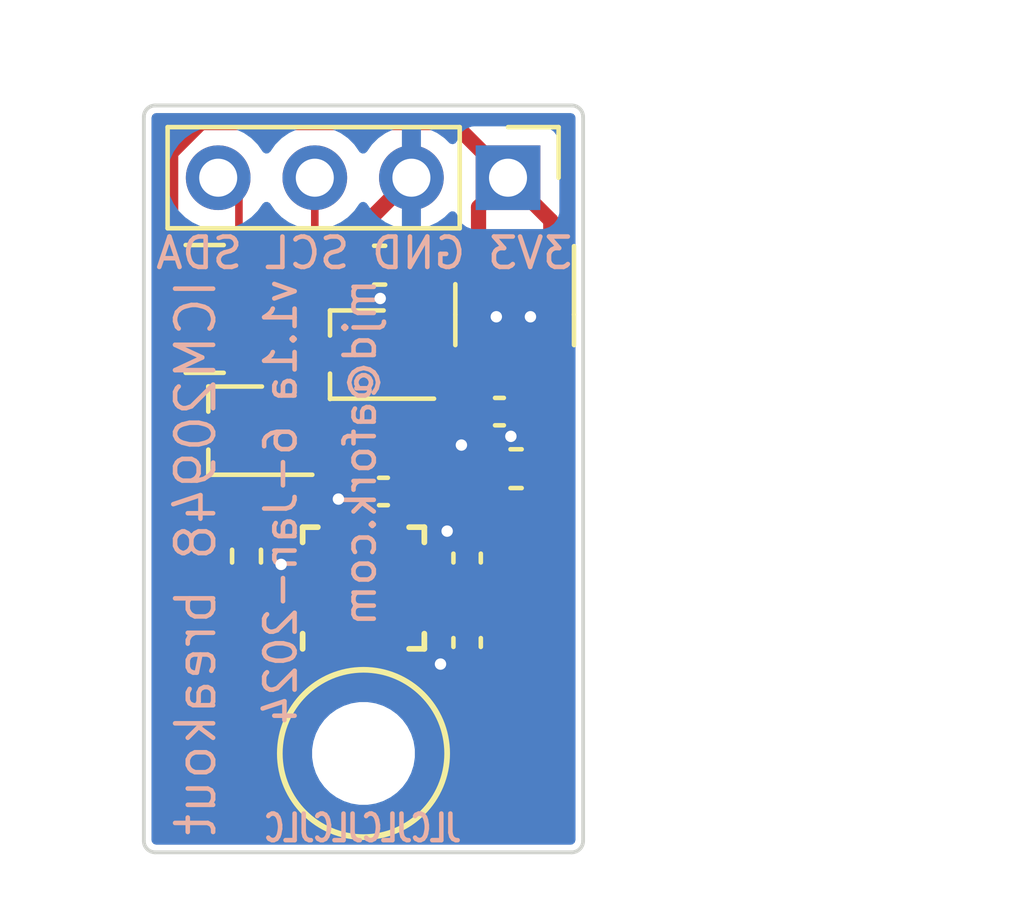
<source format=kicad_pcb>
(kicad_pcb (version 20231231) (generator "pcbnew") (generator_version "7.99")
  (layers (0 "F.Cu" signal) (31 "B.Cu" signal) (34 "B.Paste" user) (35 "F.Paste" user) (36 "B.SilkS" user "B.Silkscreen") (37 "F.SilkS" user "F.Silkscreen") (38 "B.Mask" user) (39 "F.Mask" user) (44 "Edge.Cuts" user))
  (net 0 "")
  (net 1 "GND")
  (net 2 "+3V3")
  (net 3 "+1V8")
  (net 4 "/leveltrans/SCL")
  (net 5 "/leveltrans/SDA")
  (net 22 "/REGOUT")
  (net 23 "/CS")
  (net 24 "/SCL1_8")
  (net 25 "/SDA1_8")
  (net 26 "/psu/BP")
  (footprint "Capacitor_SMD:C_0402_1005Metric_Pad0.74x0.62mm_HandSolder" (layer "F.Cu") (at 153.45 98)
    (property "Reference" "C2" (hide yes))
    (property "Value" "10n")
    (fp_line (start -0.115835 -0.36) (end 0.115835 -0.36) (stroke (width 0.12)) (layer "F.SilkS"))
    (fp_line (start -0.115835 0.36) (end 0.115835 0.36) (stroke (width 0.12)) (layer "F.SilkS"))
    (pad "1" smd roundrect (at -0.5675 0) (size 0.735 0.62) (layers "F.Cu" "F.Paste" "F.Mask") (net 26 "/psu/BP"))
    (pad "2" smd roundrect (at 0.5675 0) (size 0.735 0.62) (layers "F.Cu" "F.Paste" "F.Mask") (net 1 "GND"))
  )
  (footprint "local:InvenSense_QFN-24_3x3mm_P0.4mm" (layer "F.Cu") (at 149.875 102.637868 90)
    (property "Reference" "U2" (hide yes))
    (property "Value" "ICM-20948")
    (fp_line (start 1.6 -1.6) (end 1.2 -1.6) (stroke (width 0.15)) (layer "F.SilkS"))
    (fp_line (start 1.6 -1.6) (end 1.6 -1.2) (stroke (width 0.15)) (layer "F.SilkS"))
    (fp_line (start -1.6 -1.6) (end -1.2 -1.6) (stroke (width 0.15)) (layer "F.SilkS"))
    (fp_line (start 1.6 1.6) (end 1.6 1.2) (stroke (width 0.15)) (layer "F.SilkS"))
    (fp_line (start 1.6 1.6) (end 1.2 1.6) (stroke (width 0.15)) (layer "F.SilkS"))
    (fp_line (start -1.6 1.6) (end -1.6 1.2) (stroke (width 0.15)) (layer "F.SilkS"))
    (fp_line (start -1.6 1.6) (end -1.2 1.6) (stroke (width 0.15)) (layer "F.SilkS"))
    (pad "1" smd roundrect (at -1.5 -1 90) (size 0.55 0.2) (layers "F.Cu" "F.Paste" "F.Mask"))
    (pad "2" smd roundrect (at -1.5 -0.6 90) (size 0.55 0.2) (layers "F.Cu" "F.Paste" "F.Mask"))
    (pad "3" smd roundrect (at -1.5 -0.2 90) (size 0.55 0.2) (layers "F.Cu" "F.Paste" "F.Mask"))
    (pad "4" smd roundrect (at -1.5 0.2 90) (size 0.55 0.2) (layers "F.Cu" "F.Paste" "F.Mask"))
    (pad "5" smd roundrect (at -1.5 0.6 90) (size 0.55 0.2) (layers "F.Cu" "F.Paste" "F.Mask"))
    (pad "6" smd roundrect (at -1.5 1 90) (size 0.55 0.2) (layers "F.Cu" "F.Paste" "F.Mask"))
    (pad "7" smd roundrect (at -1 1.5 180) (size 0.55 0.2) (layers "F.Cu" "F.Paste" "F.Mask"))
    (pad "8" smd roundrect (at -0.6 1.5 180) (size 0.55 0.2) (layers "F.Cu" "F.Paste" "F.Mask") (net 3 "+1V8"))
    (pad "9" smd roundrect (at -0.2 1.5 180) (size 0.55 0.2) (layers "F.Cu" "F.Paste" "F.Mask"))
    (pad "10" smd roundrect (at 0.2 1.5 180) (size 0.55 0.2) (layers "F.Cu" "F.Paste" "F.Mask") (net 22 "/REGOUT"))
    (pad "11" smd roundrect (at 0.6 1.5 180) (size 0.55 0.2) (layers "F.Cu" "F.Paste" "F.Mask"))
    (pad "12" smd roundrect (at 1 1.5 180) (size 0.55 0.2) (layers "F.Cu" "F.Paste" "F.Mask"))
    (pad "13" smd roundrect (at 1.5 1 90) (size 0.55 0.2) (layers "F.Cu" "F.Paste" "F.Mask") (net 3 "+1V8"))
    (pad "14" smd roundrect (at 1.5 0.6 90) (size 0.55 0.2) (layers "F.Cu" "F.Paste" "F.Mask"))
    (pad "15" smd roundrect (at 1.5 0.2 90) (size 0.55 0.2) (layers "F.Cu" "F.Paste" "F.Mask"))
    (pad "16" smd roundrect (at 1.5 -0.2 90) (size 0.55 0.2) (layers "F.Cu" "F.Paste" "F.Mask"))
    (pad "17" smd roundrect (at 1.5 -0.6 90) (size 0.55 0.2) (layers "F.Cu" "F.Paste" "F.Mask"))
    (pad "18" smd roundrect (at 1.5 -1 90) (size 0.55 0.2) (layers "F.Cu" "F.Paste" "F.Mask") (net 1 "GND"))
    (pad "19" smd roundrect (at 1 -1.5 180) (size 0.55 0.2) (layers "F.Cu" "F.Paste" "F.Mask"))
    (pad "20" smd roundrect (at 0.6 -1.5 180) (size 0.55 0.2) (layers "F.Cu" "F.Paste" "F.Mask") (net 1 "GND"))
    (pad "21" smd roundrect (at 0.2 -1.5 180) (size 0.55 0.2) (layers "F.Cu" "F.Paste" "F.Mask"))
    (pad "22" smd roundrect (at -0.2 -1.5 180) (size 0.55 0.2) (layers "F.Cu" "F.Paste" "F.Mask") (net 23 "/CS"))
    (pad "23" smd roundrect (at -0.6 -1.5 180) (size 0.55 0.2) (layers "F.Cu" "F.Paste" "F.Mask") (net 24 "/SCL1_8"))
    (pad "24" smd roundrect (at -1 -1.5 180) (size 0.55 0.2) (layers "F.Cu" "F.Paste" "F.Mask") (net 25 "/SDA1_8"))
    (zone (net 0) (net_name "") (layer "F.Cu") (connect_pads (clearance 0)) (min_thickness 0.254)
      (keepout (tracks not_allowed) (vias not_allowed) (pads not_allowed) (copperpour not_allowed) (footprints allowed))
      (fill (thermal_gap 0.508) (thermal_bridge_width 0.508))
      (polygon (pts (xy 149.08 103.512868) (xy 149.08 101.762868) (xy 150.67 101.762868) (xy 150.67 103.512868)))
    )
  )
  (footprint "local:MountingHole_2.2mm_M2" (layer "F.Cu") (at 149.875 106.987868)
    (property "Reference" "H1" (hide yes))
    (property "Value" "MountingHole")
    (fp_circle (center 0 0) (end 2.2 0) (stroke (width 0.15)) (fill none) (layer "F.SilkS"))
    (pad "" np_thru_hole circle (at 0 0) (size 2.2 2.2) (drill 2.2) (layers "*.Cu" "*.Mask"))
  )
  (footprint "Resistor_SMD:R_Array_Convex_4x0603" (layer "F.Cu") (at 145.7 95.3 180)
    (property "Reference" "RN1" (hide yes))
    (property "Value" "10k")
    (fp_line (start 0.5 1.68) (end -0.5 1.68) (stroke (width 0.12)) (layer "F.SilkS"))
    (fp_line (start 0.5 -1.68) (end -0.5 -1.68) (stroke (width 0.12)) (layer "F.SilkS"))
    (pad "1" smd rect (at -0.9 -1.2 180) (size 0.8 0.5) (layers "F.Cu" "F.Paste" "F.Mask") (net 3 "+1V8"))
    (pad "2" smd rect (at -0.9 -0.4 180) (size 0.8 0.4) (layers "F.Cu" "F.Paste" "F.Mask") (net 3 "+1V8"))
    (pad "3" smd rect (at -0.9 0.4 180) (size 0.8 0.4) (layers "F.Cu" "F.Paste" "F.Mask") (net 4 "/leveltrans/SCL"))
    (pad "4" smd rect (at -0.9 1.2 180) (size 0.8 0.5) (layers "F.Cu" "F.Paste" "F.Mask") (net 5 "/leveltrans/SDA"))
    (pad "5" smd rect (at 0.9 1.2 180) (size 0.8 0.5) (layers "F.Cu" "F.Paste" "F.Mask") (net 2 "+3V3"))
    (pad "6" smd rect (at 0.9 0.4 180) (size 0.8 0.4) (layers "F.Cu" "F.Paste" "F.Mask") (net 2 "+3V3"))
    (pad "7" smd rect (at 0.9 -0.4 180) (size 0.8 0.4) (layers "F.Cu" "F.Paste" "F.Mask") (net 24 "/SCL1_8"))
    (pad "8" smd rect (at 0.9 -1.2 180) (size 0.8 0.5) (layers "F.Cu" "F.Paste" "F.Mask") (net 25 "/SDA1_8"))
  )
  (footprint "Capacitor_SMD:C_0402_1005Metric_Pad0.74x0.62mm_HandSolder" (layer "F.Cu") (at 152.6 104.070368 -90)
    (property "Reference" "C6" (hide yes))
    (property "Value" "100n")
    (fp_line (start -0.115835 0.36) (end 0.115835 0.36) (stroke (width 0.12)) (layer "F.SilkS"))
    (fp_line (start -0.115835 -0.36) (end 0.115835 -0.36) (stroke (width 0.12)) (layer "F.SilkS"))
    (pad "1" smd roundrect (at -0.5675 0 270) (size 0.735 0.62) (layers "F.Cu" "F.Paste" "F.Mask") (net 3 "+1V8"))
    (pad "2" smd roundrect (at 0.5675 0 270) (size 0.735 0.62) (layers "F.Cu" "F.Paste" "F.Mask") (net 1 "GND"))
  )
  (footprint "Resistor_SMD:R_0402_1005Metric_Pad0.72x0.64mm_HandSolder" (layer "F.Cu") (at 146.8 101.8 -90)
    (property "Reference" "R5" (hide yes))
    (property "Value" "10k")
    (fp_line (start -0.167621 0.38) (end 0.167621 0.38) (stroke (width 0.12)) (layer "F.SilkS"))
    (fp_line (start -0.167621 -0.38) (end 0.167621 -0.38) (stroke (width 0.12)) (layer "F.SilkS"))
    (pad "1" smd roundrect (at -0.5975 0 270) (size 0.715 0.64) (layers "F.Cu" "F.Paste" "F.Mask") (net 3 "+1V8"))
    (pad "2" smd roundrect (at 0.5975 0 270) (size 0.715 0.64) (layers "F.Cu" "F.Paste" "F.Mask") (net 23 "/CS"))
  )
  (footprint "Package_TO_SOT_SMD:SOT-23-5" (layer "F.Cu") (at 153.85 95.45 -90)
    (property "Reference" "U1" (hide yes))
    (property "Value" "RS3221-1.8")
    (fp_line (start 0 1.56) (end -0.8 1.56) (stroke (width 0.12)) (layer "F.SilkS"))
    (fp_line (start 0 1.56) (end 0.8 1.56) (stroke (width 0.12)) (layer "F.SilkS"))
    (fp_line (start 0 -1.56) (end -1.8 -1.56) (stroke (width 0.12)) (layer "F.SilkS"))
    (fp_line (start 0 -1.56) (end 0.8 -1.56) (stroke (width 0.12)) (layer "F.SilkS"))
    (pad "1" smd roundrect (at -1.1375 -0.95 270) (size 1.325 0.6) (layers "F.Cu" "F.Paste" "F.Mask") (net 2 "+3V3"))
    (pad "2" smd roundrect (at -1.1375 0 270) (size 1.325 0.6) (layers "F.Cu" "F.Paste" "F.Mask") (net 1 "GND"))
    (pad "3" smd roundrect (at -1.1375 0.95 270) (size 1.325 0.6) (layers "F.Cu" "F.Paste" "F.Mask") (net 2 "+3V3"))
    (pad "4" smd roundrect (at 1.1375 0.95 270) (size 1.325 0.6) (layers "F.Cu" "F.Paste" "F.Mask") (net 26 "/psu/BP"))
    (pad "5" smd roundrect (at 1.1375 -0.95 270) (size 1.325 0.6) (layers "F.Cu" "F.Paste" "F.Mask") (net 3 "+1V8"))
  )
  (footprint "Package_TO_SOT_SMD:SOT-323_SC-70_Handsoldering" (layer "F.Cu") (at 149.73 96.5 180)
    (property "Reference" "Q1" (hide yes))
    (property "Value" "RJU003N03 ")
    (fp_line (start 0.735 0.5) (end 0.735 1.16) (stroke (width 0.12)) (layer "F.SilkS"))
    (fp_line (start 0.735 -1.16) (end -2 -1.16) (stroke (width 0.12)) (layer "F.SilkS"))
    (fp_line (start 0.735 -1.17) (end 0.735 -0.5) (stroke (width 0.12)) (layer "F.SilkS"))
    (fp_line (start -0.675 1.16) (end 0.735 1.16) (stroke (width 0.12)) (layer "F.SilkS"))
    (pad "1" smd rect (at -1.33 -0.65 90) (size 0.45 1.5) (layers "F.Cu" "F.Paste" "F.Mask") (net 3 "+1V8"))
    (pad "2" smd rect (at -1.33 0.65 90) (size 0.45 1.5) (layers "F.Cu" "F.Paste" "F.Mask") (net 4 "/leveltrans/SCL"))
    (pad "3" smd rect (at 1.33 0 90) (size 0.45 1.5) (layers "F.Cu" "F.Paste" "F.Mask") (net 24 "/SCL1_8"))
  )
  (footprint "Package_TO_SOT_SMD:SOT-323_SC-70_Handsoldering" (layer "F.Cu") (at 146.53 98.5 180)
    (property "Reference" "Q2" (hide yes))
    (property "Value" "RJU003N03 ")
    (fp_line (start 0.735 0.5) (end 0.735 1.16) (stroke (width 0.12)) (layer "F.SilkS"))
    (fp_line (start 0.735 -1.16) (end -2 -1.16) (stroke (width 0.12)) (layer "F.SilkS"))
    (fp_line (start 0.735 -1.17) (end 0.735 -0.5) (stroke (width 0.12)) (layer "F.SilkS"))
    (fp_line (start -0.675 1.16) (end 0.735 1.16) (stroke (width 0.12)) (layer "F.SilkS"))
    (pad "1" smd rect (at -1.33 -0.65 90) (size 0.45 1.5) (layers "F.Cu" "F.Paste" "F.Mask") (net 3 "+1V8"))
    (pad "2" smd rect (at -1.33 0.65 90) (size 0.45 1.5) (layers "F.Cu" "F.Paste" "F.Mask") (net 5 "/leveltrans/SDA"))
    (pad "3" smd rect (at 1.33 0 90) (size 0.45 1.5) (layers "F.Cu" "F.Paste" "F.Mask") (net 25 "/SDA1_8"))
  )
  (footprint "local:PinHeader_1x04_P2.54mm_Vertical" (layer "F.Cu") (at 153.675 91.85 -90)
    (property "Reference" "J1" (hide yes))
    (property "Value" "Conn_01x04")
    (fp_line (start -1.33 8.95) (end 1.33 8.95) (stroke (width 0.12)) (layer "F.SilkS"))
    (fp_line (start -1.33 1.27) (end -1.33 8.95) (stroke (width 0.12)) (layer "F.SilkS"))
    (fp_line (start -1.33 1.27) (end 1.33 1.27) (stroke (width 0.12)) (layer "F.SilkS"))
    (fp_line (start 1.33 1.27) (end 1.33 8.95) (stroke (width 0.12)) (layer "F.SilkS"))
    (fp_line (start -1.33 0) (end -1.33 -1.33) (stroke (width 0.12)) (layer "F.SilkS"))
    (fp_line (start -1.33 -1.33) (end 0 -1.33) (stroke (width 0.12)) (layer "F.SilkS"))
    (pad "1" thru_hole rect (at 0 0 270) (size 1.7 1.7) (drill 1) (layers "*.Cu" "*.Mask") (net 2 "+3V3"))
    (pad "2" thru_hole oval (at 0 2.54 270) (size 1.7 1.7) (drill 1) (layers "*.Cu" "*.Mask") (net 1 "GND"))
    (pad "3" thru_hole oval (at 0 5.08 270) (size 1.7 1.7) (drill 1) (layers "*.Cu" "*.Mask") (net 4 "/leveltrans/SCL"))
    (pad "4" thru_hole oval (at 0 7.62 270) (size 1.7 1.7) (drill 1) (layers "*.Cu" "*.Mask") (net 5 "/leveltrans/SDA"))
  )
  (footprint "Capacitor_SMD:C_0402_1005Metric_Pad0.74x0.62mm_HandSolder" (layer "F.Cu") (at 150.4 100.1 180)
    (property "Reference" "C5" (hide yes))
    (property "Value" "100n")
    (fp_line (start -0.115835 0.36) (end 0.115835 0.36) (stroke (width 0.12)) (layer "F.SilkS"))
    (fp_line (start -0.115835 -0.36) (end 0.115835 -0.36) (stroke (width 0.12)) (layer "F.SilkS"))
    (pad "1" smd roundrect (at -0.5675 0 180) (size 0.735 0.62) (layers "F.Cu" "F.Paste" "F.Mask") (net 3 "+1V8"))
    (pad "2" smd roundrect (at 0.5675 0 180) (size 0.735 0.62) (layers "F.Cu" "F.Paste" "F.Mask") (net 1 "GND"))
  )
  (footprint "Capacitor_SMD:C_0603_1608Metric_Pad1.08x0.95mm_HandSolder" (layer "F.Cu") (at 150.3 94.15 180)
    (property "Reference" "C1" (hide yes))
    (property "Value" "1u")
    (fp_line (start -0.146267 0.51) (end 0.146267 0.51) (stroke (width 0.12)) (layer "F.SilkS"))
    (fp_line (start -0.146267 -0.51) (end 0.146267 -0.51) (stroke (width 0.12)) (layer "F.SilkS"))
    (pad "1" smd roundrect (at -0.8625 0 180) (size 1.075 0.95) (layers "F.Cu" "F.Paste" "F.Mask") (net 2 "+3V3"))
    (pad "2" smd roundrect (at 0.8625 0 180) (size 1.075 0.95) (layers "F.Cu" "F.Paste" "F.Mask") (net 1 "GND"))
  )
  (footprint "Capacitor_SMD:C_0402_1005Metric_Pad0.74x0.62mm_HandSolder" (layer "F.Cu") (at 152.6 101.85 90)
    (property "Reference" "C4" (hide yes))
    (property "Value" "100n")
    (fp_line (start -0.115835 -0.36) (end 0.115835 -0.36) (stroke (width 0.12)) (layer "F.SilkS"))
    (fp_line (start -0.115835 0.36) (end 0.115835 0.36) (stroke (width 0.12)) (layer "F.SilkS"))
    (pad "1" smd roundrect (at -0.5675 0 90) (size 0.735 0.62) (layers "F.Cu" "F.Paste" "F.Mask") (net 22 "/REGOUT"))
    (pad "2" smd roundrect (at 0.5675 0 90) (size 0.735 0.62) (layers "F.Cu" "F.Paste" "F.Mask") (net 1 "GND"))
  )
  (footprint "Capacitor_SMD:C_0603_1608Metric_Pad1.08x0.95mm_HandSolder" (layer "F.Cu") (at 153.8875 99.5 180)
    (property "Reference" "C3" (hide yes))
    (property "Value" "1u")
    (fp_line (start -0.146267 0.51) (end 0.146267 0.51) (stroke (width 0.12)) (layer "F.SilkS"))
    (fp_line (start -0.146267 -0.51) (end 0.146267 -0.51) (stroke (width 0.12)) (layer "F.SilkS"))
    (pad "1" smd roundrect (at -0.8625 0 180) (size 1.075 0.95) (layers "F.Cu" "F.Paste" "F.Mask") (net 3 "+1V8"))
    (pad "2" smd roundrect (at 0.8625 0 180) (size 1.075 0.95) (layers "F.Cu" "F.Paste" "F.Mask") (net 1 "GND"))
  )
  (gr_line (start 155.65 90.25) (end 155.65 109.2879) (stroke (width 0.1)) (layer "Edge.Cuts"))
  (gr_arc (start 144.1 90.25) (mid 144.187868 90.037868) (end 144.4 89.95) (stroke (width 0.1)) (layer "Edge.Cuts"))
  (gr_line (start 144.1 109.2879) (end 144.1 90.25) (stroke (width 0.1)) (layer "Edge.Cuts"))
  (gr_line (start 155.345688 109.587868) (end 144.4 109.587868) (stroke (width 0.1)) (layer "Edge.Cuts"))
  (gr_arc (start 155.35 89.95) (mid 155.562132 90.037868) (end 155.65 90.25) (stroke (width 0.1)) (layer "Edge.Cuts"))
  (gr_arc (start 155.65 109.2879) (mid 155.562132 109.5) (end 155.345688 109.587868) (stroke (width 0.1)) (layer "Edge.Cuts"))
  (gr_arc (start 144.4 109.587868) (mid 144.187868 109.5) (end 144.100032 109.2879) (stroke (width 0.1)) (layer "Edge.Cuts"))
  (gr_line (start 144.4 89.95) (end 155.35 89.95) (stroke (width 0.1)) (layer "Edge.Cuts"))
  (gr_text "JLCJLCJLCJLC" (at 149.85 108.95 0) (layer "B.SilkS") (effects (font (size 0.7 0.5) (thickness 0.12)) (justify mirror)))
  (gr_text "v1.1a 6-Jan-2024" (at 148.167 94.45 90) (layer "B.SilkS") (effects (font (size 0.8 0.8) (thickness 0.12)) (justify left bottom mirror)))
  (gr_text "ICM20948 breakout" (at 146.05 94.45 90) (layer "B.SilkS") (effects (font (size 1 1) (thickness 0.12)) (justify left bottom mirror)))
  (gr_text "mjd@afork.com" (at 150.25 94.45 90) (layer "B.SilkS") (effects (font (size 0.8 0.8) (thickness 0.12)) (justify left bottom mirror)))
  (gr_text "3V3 GND SCL SDA" (at 155.441667 94.3 0) (layer "B.SilkS") (effects (font (size 0.8 0.8) (thickness 0.12)) (justify left bottom mirror)))
  (segment (start 149.216007 100.29976) (end 149.415767 100.1) (width 0.4) (layer "F.Cu") (net 1))
  (segment (start 149.415767 100.1) (end 149.8325 100.1) (width 0.4) (layer "F.Cu") (net 1))
  (segment (start 149.200326 100.29976) (end 148.775 100.725086) (width 0.4) (layer "F.Cu") (net 1))
  (segment (start 147.7 101.400086) (end 147.7 101.887868) (width 0.4) (layer "F.Cu") (net 1))
  (segment (start 152.449555 98.924555) (end 153.025 99.5) (width 0.4) (layer "F.Cu") (net 1))
  (segment (start 153.85 97.8325) (end 153.85 95.50597) (width 0.4) (layer "F.Cu") (net 1))
  (segment (start 148.775 100.725086) (end 148.775 100.775) (width 0.4) (layer "F.Cu") (net 1))
  (segment (start 148.875 101.137868) (end 148.875 100.640767) (width 0.2) (layer "F.Cu") (net 1))
  (segment (start 153.1 99.5) (end 153.025 99.5) (width 0.4) (layer "F.Cu") (net 1))
  (segment (start 150.315056 95.024998) (end 150.312498 95.024998) (width 0.4) (layer "F.Cu") (net 1))
  (segment (start 152.6 104.637868) (end 151.9 104.637868) (width 0.4) (layer "F.Cu") (net 1))
  (segment (start 149.216007 100.29976) (end 149.200326 100.29976) (width 0.4) (layer "F.Cu") (net 1))
  (segment (start 147.962218 101.137868) (end 147.7 101.400086) (width 0.4) (layer "F.Cu") (net 1))
  (segment (start 148.375 102.037868) (end 147.729565 102.037868) (width 0.2) (layer "F.Cu") (net 1))
  (segment (start 152.6 101.2825) (end 152.214754 101.2825) (width 0.4) (layer "F.Cu") (net 1))
  (segment (start 149.4375 93.5475) (end 151.135 91.85) (width 0.4) (layer "F.Cu") (net 1))
  (segment (start 153.85 95.394072) (end 153.85 94.3125) (width 0.4) (layer "F.Cu") (net 1))
  (segment (start 149.4375 94.15) (end 149.4375 93.5475) (width 0.4) (layer "F.Cu") (net 1))
  (segment (start 153.85 95.50597) (end 154.264936 95.50597) (width 0.4) (layer "F.Cu") (net 1))
  (segment (start 152.449555 98.87929) (end 152.449555 98.924555) (width 0.4) (layer "F.Cu") (net 1))
  (segment (start 153.75 98.65) (end 153.75 98.775) (width 0.4) (layer "F.Cu") (net 1))
  (segment (start 148.775 100.775) (end 148.412132 101.137868) (width 0.4) (layer "F.Cu") (net 1))
  (segment (start 153.75 98.65) (end 153.75 98.2675) (width 0.4) (layer "F.Cu") (net 1))
  (segment (start 153.75 98.2675) (end 154.0175 98) (width 0.4) (layer "F.Cu") (net 1))
  (segment (start 153.75 98.775) (end 153.025 99.5) (width 0.4) (layer "F.Cu") (net 1))
  (segment (start 148.412132 101.137868) (end 147.962218 101.137868) (width 0.4) (layer "F.Cu") (net 1))
  (segment (start 150.312498 95.024998) (end 149.4375 94.15) (width 0.4) (layer "F.Cu") (net 1))
  (segment (start 147.729565 102.037868) (end 147.709278 102.017581) (width 0.2) (layer "F.Cu") (net 1))
  (segment (start 152.214754 101.2825) (end 152.074655 101.142401) (width 0.4) (layer "F.Cu") (net 1))
  (segment (start 148.875 100.640767) (end 149.216007 100.29976) (width 0.2) (layer "F.Cu") (net 1))
  (segment (start 153.367457 95.50597) (end 153.85 95.50597) (width 0.4) (layer "F.Cu") (net 1))
  (via (at 151.9 104.637868) (size 0.6) (drill 0.3) (layers "F.Cu" "B.Cu") (net 1))
  (via (at 154.264936 95.50597) (size 0.6) (drill 0.3) (layers "F.Cu" "B.Cu") (net 1))
  (via (at 149.216007 100.29976) (size 0.6) (drill 0.3) (layers "F.Cu" "B.Cu") (net 1))
  (via (at 153.367457 95.50597) (size 0.6) (drill 0.3) (layers "F.Cu" "B.Cu") (net 1))
  (via (at 153.75 98.65) (size 0.8) (drill 0.3) (layers "F.Cu" "B.Cu") (net 1))
  (via (at 152.449555 98.87929) (size 0.8) (drill 0.3) (layers "F.Cu" "B.Cu") (net 1))
  (via (at 150.315056 95.024998) (size 0.8) (drill 0.3) (layers "F.Cu" "B.Cu") (net 1))
  (via (at 152.074655 101.142401) (size 0.8) (drill 0.3) (layers "F.Cu" "B.Cu") (net 1))
  (via (at 147.709278 102.017581) (size 0.6) (drill 0.3) (layers "F.Cu" "B.Cu") (net 1))
  (segment (start 144.805 93.455) (end 144.8 93.46) (width 0.4) (layer "F.Cu") (net 2))
  (segment (start 151.1625 94.15) (end 152.7375 94.15) (width 0.4) (layer "F.Cu") (net 2))
  (segment (start 152.9 94.3125) (end 152.9 92.625) (width 0.4) (layer "F.Cu") (net 2))
  (segment (start 152.7375 94.15) (end 152.9 94.3125) (width 0.4) (layer "F.Cu") (net 2))
  (segment (start 152.225 90.4) (end 145.6 90.4) (width 0.4) (layer "F.Cu") (net 2))
  (segment (start 144.8 94.1) (end 144.8 94.9) (width 0.4) (layer "F.Cu") (net 2))
  (segment (start 154.8 92.975) (end 154.8 94.3125) (width 0.4) (layer "F.Cu") (net 2))
  (segment (start 145.6 90.4) (end 144.805 91.195) (width 0.4) (layer "F.Cu") (net 2))
  (segment (start 144.805 91.195) (end 144.805 93.455) (width 0.4) (layer "F.Cu") (net 2))
  (segment (start 152.9 92.625) (end 153.675 91.85) (width 0.4) (layer "F.Cu") (net 2))
  (segment (start 153.675 91.85) (end 154.8 92.975) (width 0.4) (layer "F.Cu") (net 2))
  (segment (start 144.8 93.46) (end 144.8 94.1) (width 0.4) (layer "F.Cu") (net 2))
  (segment (start 153.675 91.85) (end 152.225 90.4) (width 0.4) (layer "F.Cu") (net 2))
  (segment (start 147.86 99.99) (end 147.86 99.15) (width 0.4) (layer "F.Cu") (net 3))
  (segment (start 151.062868 100.172538) (end 150.99033 100.1) (width 0.4) (layer "F.Cu") (net 3))
  (segment (start 150 97.2) (end 151.01 97.2) (width 0.4) (layer "F.Cu") (net 3))
  (segment (start 146.8 101.2025) (end 147.866949 100.135551) (width 0.4) (layer "F.Cu") (net 3))
  (segment (start 152.6 103.502868) (end 152.91 103.502868) (width 0.4) (layer "F.Cu") (net 3))
  (segment (start 150.975 100.1075) (end 150.975 101.137868) (width 0.4) (layer "F.Cu") (net 3))
  (segment (start 152.398566 103.301434) (end 151.951348 103.301434) (width 0.4) (layer "F.Cu") (net 3))
  (segment (start 150.875 101.137868) (end 150.875 100.1925) (width 0.2) (layer "F.Cu") (net 3))
  (segment (start 150.9675 100.1) (end 151.06 100.0075) (width 0.4) (layer "F.Cu") (net 3))
  (segment (start 150.9675 100.1) (end 151.1675 100.3) (width 0.4) (layer "F.Cu") (net 3))
  (segment (start 146.6 95.7) (end 149.2 95.7) (width 0.4) (layer "F.Cu") (net 3))
  (segment (start 150.9675 100.1) (end 150.975 100.1075) (width 0.4) (layer "F.Cu") (net 3))
  (segment (start 148.516007 100.135551) (end 148.516007 100.00981) (width 0.4) (layer "F.Cu") (net 3))
  (segment (start 152.335 103.237868) (end 152.6 103.502868) (width 0.2) (layer "F.Cu") (net 3))
  (segment (start 146.8 101.2025) (end 146.8975 101.2025) (width 0.4) (layer "F.Cu") (net 3))
  (segment (start 146.8975 101.2025) (end 147.85 100.25) (width 0.4) (layer "F.Cu") (net 3))
  (segment (start 154.8 99.45) (end 154.8 96.5875) (width 0.4) (layer "F.Cu") (net 3))
  (segment (start 153.35 103.062868) (end 153.35 100.375) (width 0.4) (layer "F.Cu") (net 3))
  (segment (start 151.375 103.237868) (end 152.335 103.237868) (width 0.2) (layer "F.Cu") (net 3))
  (segment (start 147.866949 100.135551) (end 148.516007 100.135551) (width 0.4) (layer "F.Cu") (net 3))
  (segment (start 149.135817 99.39) (end 150.279184 99.39) (width 0.4) (layer "F.Cu") (net 3))
  (segment (start 151.01 97.2) (end 151.06 97.15) (width 0.4) (layer "F.Cu") (net 3))
  (segment (start 149.2 95.7) (end 149.7 96.2) (width 0.4) (layer "F.Cu") (net 3))
  (segment (start 150.9675 100.078316) (end 150.9675 100.1) (width 0.4) (layer "F.Cu") (net 3))
  (segment (start 150.279184 99.39) (end 150.9675 100.078316) (width 0.4) (layer "F.Cu") (net 3))
  (segment (start 154.75 99.5) (end 154.8 99.45) (width 0.4) (layer "F.Cu") (net 3))
  (segment (start 150.875 100.1925) (end 150.9675 100.1) (width 0.2) (layer "F.Cu") (net 3))
  (segment (start 150.99033 100.1) (end 150.9675 100.1) (width 0.4) (layer "F.Cu") (net 3))
  (segment (start 152.91 103.502868) (end 153.35 103.062868) (width 0.4) (layer "F.Cu") (net 3))
  (segment (start 149.7 96.9) (end 150 97.2) (width 0.4) (layer "F.Cu") (net 3))
  (segment (start 153.35 100.375) (end 153.875 100.375) (width 0.4) (layer "F.Cu") (net 3))
  (segment (start 146.6 95.7) (end 146.6 96.5) (width 0.4) (layer "F.Cu") (net 3))
  (segment (start 149.7 96.2) (end 149.7 96.9) (width 0.4) (layer "F.Cu") (net 3))
  (segment (start 152.6 103.502868) (end 152.398566 103.301434) (width 0.4) (layer "F.Cu") (net 3))
  (segment (start 148.516007 100.00981) (end 149.135817 99.39) (width 0.4) (layer "F.Cu") (net 3))
  (segment (start 147.85 100) (end 147.86 99.99) (width 0.4) (layer "F.Cu") (net 3))
  (segment (start 153.875 100.375) (end 154.75 99.5) (width 0.4) (layer "F.Cu") (net 3))
  (segment (start 148.595 95.145) (end 148.595 91.85) (width 0.2) (layer "F.Cu") (net 4))
  (segment (start 149.407106 95.15) (end 148.6 95.15) (width 0.2) (layer "F.Cu") (net 4))
  (segment (start 150.107106 95.85) (end 149.407106 95.15) (width 0.2) (layer "F.Cu") (net 4))
  (segment (start 146.85 95.15) (end 148.59 95.15) (width 0.2) (layer "F.Cu") (net 4))
  (segment (start 148.59 95.15) (end 148.595 95.145) (width 0.2) (layer "F.Cu") (net 4))
  (segment (start 148.6 95.15) (end 148.595 95.145) (width 0.2) (layer "F.Cu") (net 4))
  (segment (start 146.6 94.9) (end 146.85 95.15) (width 0.2) (layer "F.Cu") (net 4))
  (segment (start 151.06 95.85) (end 150.107106 95.85) (width 0.2) (layer "F.Cu") (net 4))
  (segment (start 145.9 96.95) (end 146.8 97.85) (width 0.2) (layer "F.Cu") (net 5))
  (segment (start 145.9 94.2) (end 145.9 96.95) (width 0.2) (layer "F.Cu") (net 5))
  (segment (start 146.6 94.1) (end 146 94.1) (width 0.2) (layer "F.Cu") (net 5))
  (segment (start 146.6 94.1) (end 146.6 92.395) (width 0.2) (layer "F.Cu") (net 5))
  (segment (start 146 94.1) (end 145.9 94.2) (width 0.2) (layer "F.Cu") (net 5))
  (segment (start 146.6 92.395) (end 146.055 91.85) (width 0.2) (layer "F.Cu") (net 5))
  (segment (start 146.8 97.85) (end 147.86 97.85) (width 0.2) (layer "F.Cu") (net 5))
  (segment (start 152.579632 102.437868) (end 152.6 102.4175) (width 0.2) (layer "F.Cu") (net 22))
  (segment (start 151.375 102.437868) (end 152.579632 102.437868) (width 0.2) (layer "F.Cu") (net 22))
  (segment (start 152.6 102.4175) (end 151.90815 102.4175) (width 0.4) (layer "F.Cu") (net 22))
  (segment (start 148.375 102.837868) (end 147.240368 102.837868) (width 0.2) (layer "F.Cu") (net 23))
  (segment (start 147.240368 102.837868) (end 146.8 102.3975) (width 0.2) (layer "F.Cu") (net 23))
  (segment (start 146.437868 103.237868) (end 146.05 102.85) (width 0.2) (layer "F.Cu") (net 24))
  (segment (start 148.375 103.237868) (end 146.437868 103.237868) (width 0.2) (layer "F.Cu") (net 24))
  (segment (start 148.9 98.285) (end 148.9 96.75) (width 0.2) (layer "F.Cu") (net 24))
  (segment (start 146.05 102.85) (end 146.05 99.05) (width 0.2) (layer "F.Cu") (net 24))
  (segment (start 146.5375 98.5625) (end 146.5375 98.4875) (width 0.2) (layer "F.Cu") (net 24))
  (segment (start 148.65 96.5) (end 148.4 96.5) (width 0.2) (layer "F.Cu") (net 24))
  (segment (start 145.5 95.8) (end 145.5 97.45) (width 0.2) (layer "F.Cu") (net 24))
  (segment (start 144.8 95.7) (end 145.4 95.7) (width 0.2) (layer "F.Cu") (net 24))
  (segment (start 145.4 95.7) (end 145.5 95.8) (width 0.2) (layer "F.Cu") (net 24))
  (segment (start 146.5375 98.4875) (end 148.6975 98.4875) (width 0.2) (layer "F.Cu") (net 24))
  (segment (start 146.05 99.05) (end 146.5375 98.5625) (width 0.2) (layer "F.Cu") (net 24))
  (segment (start 145.5 97.45) (end 146.5375 98.4875) (width 0.2) (layer "F.Cu") (net 24))
  (segment (start 148.6975 98.4875) (end 148.9 98.285) (width 0.2) (layer "F.Cu") (net 24))
  (segment (start 148.9 96.75) (end 148.65 96.5) (width 0.2) (layer "F.Cu") (net 24))
  (segment (start 145.2 103.087868) (end 145.762132 103.65) (width 0.2) (layer "F.Cu") (net 25))
  (segment (start 148.362868 103.65) (end 148.375 103.637868) (width 0.2) (layer "F.Cu") (net 25))
  (segment (start 145.2 98.5) (end 144.8 98.1) (width 0.2) (layer "F.Cu") (net 25))
  (segment (start 144.82 96.52) (end 144.8 96.5) (width 0.2) (layer "F.Cu") (net 25))
  (segment (start 144.8 98.1) (end 144.8 96.5) (width 0.2) (layer "F.Cu") (net 25))
  (segment (start 145.2 98.5) (end 145.2 103.087868) (width 0.2) (layer "F.Cu") (net 25))
  (segment (start 145.762132 103.65) (end 148.362868 103.65) (width 0.2) (layer "F.Cu") (net 25))
  (segment (start 152.9 97.9825) (end 152.8825 98) (width 0.4) (layer "F.Cu") (net 26))
  (segment (start 152.9 96.5875) (end 152.9 97.9825) (width 0.4) (layer "F.Cu") (net 26))
  (zone (net 3) (net_name "+1V8") (layer "F.Cu") (priority 1) (connect_pads (clearance 0.25)) (min_thickness 0.15) (fill yes (thermal_gap 0.5) (thermal_bridge_width 0.5))
    (polygon (pts (xy 148.95 95.2) (xy 148.95 98.45) (xy 147.6 98.45) (xy 146.55 99.661539) (xy 146.55 101.799834) (xy 153.5 101.795219) (xy 153.5 100.437697) (xy 154.864126 96.595291) (xy 152.3 96.6) (xy 152.3 95.5) (xy 152 95.2)))
  )
  (zone (net 1) (net_name "GND") (layer "B.Cu") (connect_pads (clearance 0.5)) (min_thickness 0.25) (fill yes (thermal_gap 0.5) (thermal_bridge_width 0.5))
    (polygon (pts (xy 144 89.8) (xy 155.75 89.8) (xy 155.75 109.75) (xy 144 109.75) (xy 144 109.75)))
  )
)
</source>
